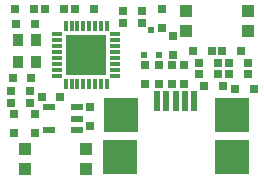
<source format=gtp>
G04 Layer_Color=8421504*
%FSLAX44Y44*%
%MOMM*%
G71*
G01*
G75*
%ADD10R,0.8000X0.8000*%
%ADD11R,0.8000X0.8000*%
%ADD12R,3.4000X3.4000*%
G04:AMPARAMS|DCode=13|XSize=0.3mm|YSize=0.9mm|CornerRadius=0.075mm|HoleSize=0mm|Usage=FLASHONLY|Rotation=0.000|XOffset=0mm|YOffset=0mm|HoleType=Round|Shape=RoundedRectangle|*
%AMROUNDEDRECTD13*
21,1,0.3000,0.7500,0,0,0.0*
21,1,0.1500,0.9000,0,0,0.0*
1,1,0.1500,0.0750,-0.3750*
1,1,0.1500,-0.0750,-0.3750*
1,1,0.1500,-0.0750,0.3750*
1,1,0.1500,0.0750,0.3750*
%
%ADD13ROUNDEDRECTD13*%
G04:AMPARAMS|DCode=14|XSize=0.3mm|YSize=0.9mm|CornerRadius=0.075mm|HoleSize=0mm|Usage=FLASHONLY|Rotation=270.000|XOffset=0mm|YOffset=0mm|HoleType=Round|Shape=RoundedRectangle|*
%AMROUNDEDRECTD14*
21,1,0.3000,0.7500,0,0,270.0*
21,1,0.1500,0.9000,0,0,270.0*
1,1,0.1500,-0.3750,-0.0750*
1,1,0.1500,-0.3750,0.0750*
1,1,0.1500,0.3750,0.0750*
1,1,0.1500,0.3750,-0.0750*
%
%ADD14ROUNDEDRECTD14*%
%ADD15R,0.5000X1.7000*%
%ADD16R,3.0000X3.0000*%
%ADD17R,1.0000X1.0000*%
%ADD18R,1.0000X0.6000*%
%ADD19R,0.9000X1.0000*%
%ADD20R,0.5000X0.5000*%
D10*
X15250Y27142D02*
D03*
Y42604D02*
D03*
X126500Y68500D02*
D03*
Y84500D02*
D03*
X158750D02*
D03*
Y68500D02*
D03*
X79700Y48750D02*
D03*
Y32750D02*
D03*
X33200Y42500D02*
D03*
Y26500D02*
D03*
X140750Y132000D02*
D03*
Y116000D02*
D03*
X149250Y68250D02*
D03*
Y84250D02*
D03*
X150250Y93250D02*
D03*
Y109250D02*
D03*
X137700Y68250D02*
D03*
Y84250D02*
D03*
D11*
X172200Y76500D02*
D03*
X188200D02*
D03*
X192000Y67000D02*
D03*
X176000D02*
D03*
X172200Y86500D02*
D03*
X188200D02*
D03*
X31804Y131650D02*
D03*
X15804D02*
D03*
X66750Y131750D02*
D03*
X82750D02*
D03*
X38500Y57500D02*
D03*
X54500D02*
D03*
X33000Y119500D02*
D03*
X17000D02*
D03*
X30000Y73500D02*
D03*
X14000D02*
D03*
X191450Y96250D02*
D03*
X207450D02*
D03*
X166700D02*
D03*
X182700D02*
D03*
X41250Y131750D02*
D03*
X57250D02*
D03*
X218000Y64500D02*
D03*
X202000D02*
D03*
X123200Y130000D02*
D03*
X107200D02*
D03*
X107250Y120250D02*
D03*
X123250D02*
D03*
X197054Y76500D02*
D03*
X213054D02*
D03*
X212950Y86500D02*
D03*
X196950D02*
D03*
X12700Y62750D02*
D03*
X28700D02*
D03*
X13000Y52250D02*
D03*
X29000D02*
D03*
D12*
X76450Y93000D02*
D03*
D13*
X58950Y117500D02*
D03*
X63950D02*
D03*
X68950D02*
D03*
X73950D02*
D03*
X78950D02*
D03*
X83950D02*
D03*
X88950D02*
D03*
X93950D02*
D03*
Y68500D02*
D03*
X88950D02*
D03*
X83950D02*
D03*
X78950D02*
D03*
X73950D02*
D03*
X68950D02*
D03*
X63950D02*
D03*
X58950D02*
D03*
D14*
X100950Y110500D02*
D03*
Y105500D02*
D03*
Y100500D02*
D03*
Y95500D02*
D03*
Y90500D02*
D03*
Y85500D02*
D03*
Y80500D02*
D03*
Y75500D02*
D03*
X51950D02*
D03*
Y80500D02*
D03*
Y85500D02*
D03*
Y90500D02*
D03*
Y95500D02*
D03*
Y100500D02*
D03*
Y105500D02*
D03*
Y110500D02*
D03*
D15*
X168000Y53750D02*
D03*
X160000D02*
D03*
X152000D02*
D03*
X144000D02*
D03*
X136000D02*
D03*
D16*
X105500Y42000D02*
D03*
X200000D02*
D03*
Y6500D02*
D03*
X105250D02*
D03*
D17*
X24250Y13500D02*
D03*
Y-3500D02*
D03*
X76250Y13500D02*
D03*
Y-3500D02*
D03*
X161000Y130500D02*
D03*
Y113500D02*
D03*
X213000Y130500D02*
D03*
Y113500D02*
D03*
D18*
X44700Y48500D02*
D03*
X68700D02*
D03*
Y39000D02*
D03*
Y29500D02*
D03*
X44700D02*
D03*
D19*
X34200Y86800D02*
D03*
Y105300D02*
D03*
X18700D02*
D03*
Y86800D02*
D03*
D20*
X137854Y92578D02*
D03*
X124900D02*
D03*
X131250Y113660D02*
D03*
M02*

</source>
